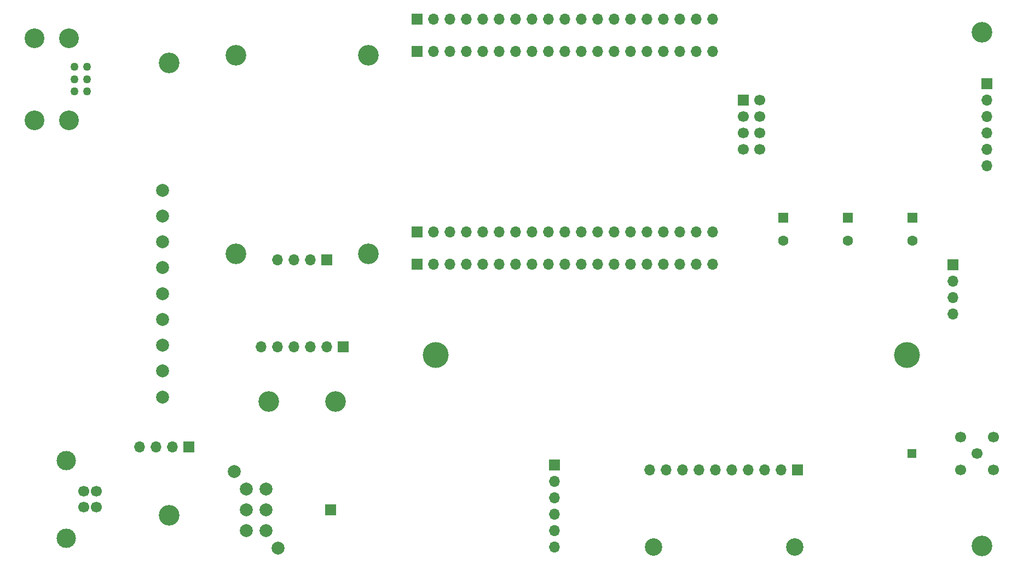
<source format=gbr>
%TF.GenerationSoftware,KiCad,Pcbnew,8.0.3*%
%TF.CreationDate,2024-06-28T16:04:17+02:00*%
%TF.ProjectId,3.3v radio with battery,332e3376-2072-4616-9469-6f2077697468,rev?*%
%TF.SameCoordinates,Original*%
%TF.FileFunction,Soldermask,Bot*%
%TF.FilePolarity,Negative*%
%FSLAX46Y46*%
G04 Gerber Fmt 4.6, Leading zero omitted, Abs format (unit mm)*
G04 Created by KiCad (PCBNEW 8.0.3) date 2024-06-28 16:04:17*
%MOMM*%
%LPD*%
G01*
G04 APERTURE LIST*
%ADD10C,2.000000*%
%ADD11R,1.700000X1.700000*%
%ADD12O,1.700000X1.700000*%
%ADD13C,3.200000*%
%ADD14R,1.600000X1.600000*%
%ADD15C,1.600000*%
%ADD16C,3.000000*%
%ADD17C,1.700000*%
%ADD18R,1.350000X1.350000*%
%ADD19C,4.000000*%
%ADD20C,2.700000*%
%ADD21C,3.048000*%
%ADD22C,1.270000*%
G04 APERTURE END LIST*
D10*
%TO.C,U6*%
X106606000Y-121964000D03*
X113406000Y-133764000D03*
X108506000Y-124664000D03*
X111506000Y-124664000D03*
X108506000Y-127864000D03*
X111506000Y-127864000D03*
X108506000Y-131064000D03*
X111506000Y-131064000D03*
%TD*%
D11*
%TO.C,Oled_screen1*%
X217764500Y-89926000D03*
D12*
X217764500Y-92466000D03*
X217764500Y-95006000D03*
X217764500Y-97546000D03*
%TD*%
D10*
%TO.C,U2*%
X95581500Y-110387625D03*
X95581500Y-106387625D03*
X95581500Y-102387625D03*
X95581500Y-98387625D03*
X95581500Y-94387625D03*
X95581500Y-90387625D03*
X95581500Y-86387625D03*
X95581500Y-82387625D03*
X95581500Y-78387625D03*
%TD*%
D13*
%TO.C,REF\u002A\u002A*%
X222250000Y-53975000D03*
%TD*%
D11*
%TO.C,U3*%
X156194000Y-120912500D03*
D12*
X156194000Y-123452500D03*
X156194000Y-125992500D03*
X156194000Y-128532500D03*
X156194000Y-131072500D03*
X156194000Y-133612500D03*
%TD*%
D14*
%TO.C,C1*%
X191516000Y-82675349D03*
D15*
X191516000Y-86175349D03*
%TD*%
D16*
%TO.C,U4*%
X80602000Y-120206000D03*
X80602000Y-132246000D03*
D17*
X85312000Y-124976000D03*
X83312000Y-124976000D03*
X83312000Y-127476000D03*
X85312000Y-127476000D03*
%TD*%
D13*
%TO.C,GPS1*%
X106890000Y-88248000D03*
X127390000Y-88248000D03*
X106890000Y-57548000D03*
X127390000Y-57548000D03*
D11*
X120950000Y-89148000D03*
D12*
X118410000Y-89148000D03*
X115870000Y-89148000D03*
X113330000Y-89148000D03*
%TD*%
D17*
%TO.C,REF\u002A\u002A*%
X224047000Y-116576000D03*
X218947000Y-116576000D03*
X224047000Y-121676000D03*
X218947000Y-121676000D03*
X221497000Y-119126000D03*
%TD*%
D11*
%TO.C,NRF1*%
X223078000Y-61946000D03*
D12*
X223078000Y-64486000D03*
X223078000Y-67026000D03*
X223078000Y-69566000D03*
X223078000Y-72106000D03*
X223078000Y-74646000D03*
D11*
X185340000Y-64486000D03*
D17*
X187880000Y-64486000D03*
X185340000Y-67026000D03*
X187880000Y-67026000D03*
X185340000Y-69566000D03*
X187880000Y-69566000D03*
X185340000Y-72106000D03*
X187880000Y-72106000D03*
%TD*%
D13*
%TO.C,REF\u002A\u002A*%
X222250000Y-133477000D03*
%TD*%
D11*
%TO.C,J1*%
X99568000Y-118110000D03*
D12*
X97028000Y-118110000D03*
X94488000Y-118110000D03*
X91948000Y-118110000D03*
%TD*%
D14*
%TO.C,C2*%
X201516000Y-82675349D03*
D15*
X201516000Y-86175349D03*
%TD*%
D18*
%TO.C,SMA ANTENNA*%
X211488000Y-119126000D03*
%TD*%
D19*
%TO.C,U5*%
X137794000Y-103886000D03*
X210694000Y-103886000D03*
%TD*%
D20*
%TO.C,MPU1*%
X193294000Y-133604000D03*
X171450000Y-133604000D03*
D11*
X193751000Y-121666000D03*
D12*
X191211000Y-121666000D03*
X188671000Y-121666000D03*
X186131000Y-121666000D03*
X183591000Y-121666000D03*
X181051000Y-121666000D03*
X178511000Y-121666000D03*
X175971000Y-121666000D03*
X173431000Y-121666000D03*
X170891000Y-121666000D03*
%TD*%
D14*
%TO.C,C3*%
X211516000Y-82675349D03*
D15*
X211516000Y-86175349D03*
%TD*%
D11*
%TO.C,ESP32-WROOM-32U1*%
X134874000Y-89836000D03*
X134874000Y-84836000D03*
D12*
X137414000Y-89836000D03*
X137414000Y-84836000D03*
X139954000Y-89836000D03*
X139954000Y-84836000D03*
X142494000Y-89836000D03*
X142494000Y-84836000D03*
X145034000Y-89836000D03*
X145034000Y-84836000D03*
X147574000Y-89836000D03*
X147574000Y-84836000D03*
X150114000Y-89836000D03*
X150114000Y-84836000D03*
X152654000Y-89836000D03*
X152654000Y-84836000D03*
X155194000Y-89836000D03*
X155194000Y-84836000D03*
X157734000Y-89836000D03*
X157734000Y-84836000D03*
X160274000Y-89836000D03*
X160274000Y-84836000D03*
X162814000Y-89836000D03*
X162814000Y-84836000D03*
X165354000Y-89836000D03*
X165354000Y-84836000D03*
X167894000Y-89836000D03*
X167894000Y-84836000D03*
X170434000Y-89836000D03*
X170434000Y-84836000D03*
X172974000Y-89836000D03*
X172974000Y-84836000D03*
X175514000Y-89836000D03*
X175514000Y-84836000D03*
X178054000Y-89836000D03*
X178054000Y-84836000D03*
X180594000Y-89836000D03*
X180594000Y-84836000D03*
D11*
X134874000Y-56896000D03*
X134874000Y-51896000D03*
D12*
X137414000Y-56896000D03*
X137414000Y-51896000D03*
X139954000Y-56896000D03*
X139954000Y-51896000D03*
X142494000Y-56896000D03*
X142494000Y-51896000D03*
X145034000Y-56896000D03*
X145034000Y-51896000D03*
X147574000Y-56896000D03*
X147574000Y-51896000D03*
X150114000Y-56896000D03*
X150114000Y-51896000D03*
X152654000Y-56896000D03*
X152654000Y-51896000D03*
X155194000Y-56896000D03*
X155194000Y-51896000D03*
X157734000Y-56896000D03*
X157734000Y-51896000D03*
X160274000Y-56896000D03*
X160274000Y-51896000D03*
X162814000Y-56896000D03*
X162814000Y-51896000D03*
X165354000Y-56896000D03*
X165354000Y-51896000D03*
X167894000Y-56896000D03*
X167894000Y-51896000D03*
X170434000Y-56896000D03*
X170434000Y-51896000D03*
X172974000Y-56896000D03*
X172974000Y-51896000D03*
X175514000Y-56896000D03*
X175514000Y-51896000D03*
X178054000Y-56896000D03*
X178054000Y-51896000D03*
X180594000Y-56896000D03*
X180594000Y-51896000D03*
%TD*%
D13*
%TO.C,U7*%
X122340000Y-111098000D03*
X111940000Y-111098000D03*
D11*
X123490000Y-102648000D03*
D12*
X120950000Y-102648000D03*
X118410000Y-102648000D03*
X115870000Y-102648000D03*
X113330000Y-102648000D03*
X110790000Y-102648000D03*
%TD*%
D13*
%TO.C,REF\u002A\u002A*%
X96520000Y-58726000D03*
%TD*%
%TO.C,REF\u002A\u002A*%
X96520000Y-128726000D03*
%TD*%
D21*
%TO.C,U1*%
X75692000Y-67576000D03*
X81026000Y-67576000D03*
X75692000Y-54876000D03*
X81026000Y-54876000D03*
D22*
X83820000Y-59321000D03*
X81915000Y-59321000D03*
X83820000Y-61226000D03*
X81915000Y-61226000D03*
X83820000Y-63131000D03*
X81915000Y-63131000D03*
%TD*%
D11*
%TO.C,TP1*%
X121506000Y-127864000D03*
%TD*%
M02*

</source>
